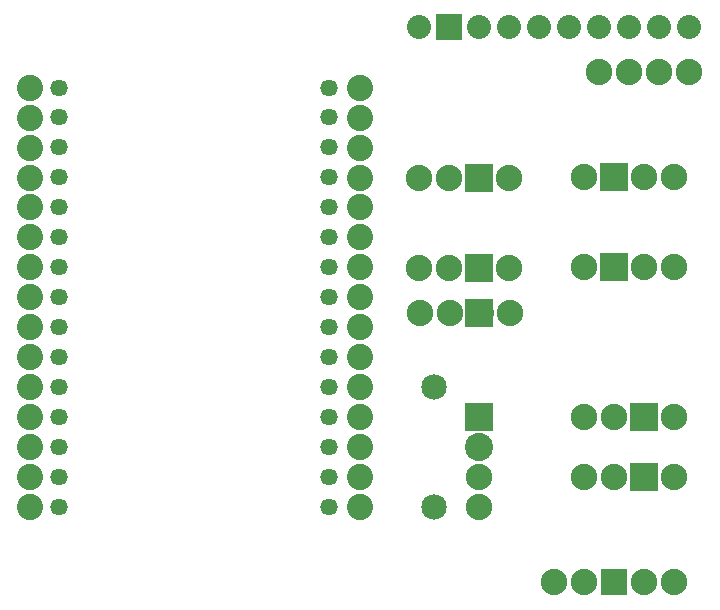
<source format=gts>
G04 MADE WITH FRITZING*
G04 WWW.FRITZING.ORG*
G04 DOUBLE SIDED*
G04 HOLES PLATED*
G04 CONTOUR ON CENTER OF CONTOUR VECTOR*
%ASAXBY*%
%FSLAX23Y23*%
%MOIN*%
%OFA0B0*%
%SFA1.0B1.0*%
%ADD10C,0.057829*%
%ADD11C,0.080000*%
%ADD12C,0.088000*%
%ADD13C,0.087740*%
%ADD14C,0.085000*%
%ADD15C,0.094141*%
%ADD16R,0.085556X0.085556*%
%ADD17R,0.094375X0.094375*%
%ADD18R,0.093333X0.093333*%
%ADD19R,0.088000X0.088000*%
%LNMASK1*%
G90*
G70*
G54D10*
X1203Y1695D03*
X306Y1894D03*
X306Y1795D03*
X306Y1695D03*
X306Y1595D03*
X306Y1495D03*
X1203Y1795D03*
X1203Y1894D03*
X1203Y1595D03*
X306Y1395D03*
X306Y1295D03*
X306Y1195D03*
X306Y1096D03*
X306Y996D03*
X306Y896D03*
X306Y796D03*
X306Y696D03*
X306Y596D03*
X306Y497D03*
X1203Y1195D03*
X1203Y1096D03*
X1203Y996D03*
X1203Y896D03*
X1203Y796D03*
X1203Y696D03*
X1203Y596D03*
X1203Y497D03*
X1203Y1495D03*
X1203Y1395D03*
X1203Y1295D03*
G54D11*
X2406Y2095D03*
X2306Y2095D03*
X2206Y2095D03*
X2106Y2095D03*
X2006Y2095D03*
X1906Y2095D03*
X1806Y2095D03*
X1706Y2095D03*
X1606Y2095D03*
X1506Y2095D03*
G54D12*
X2406Y1945D03*
X2306Y1945D03*
X2206Y1945D03*
X2106Y1945D03*
G54D13*
X1307Y1694D03*
X209Y1894D03*
X209Y1794D03*
X209Y1694D03*
X209Y1594D03*
X209Y1495D03*
X1307Y1794D03*
X1307Y1894D03*
X1307Y1594D03*
X209Y1395D03*
X209Y1295D03*
X209Y1195D03*
X209Y1095D03*
X209Y995D03*
X209Y896D03*
X209Y796D03*
X209Y696D03*
X209Y596D03*
X209Y496D03*
X1307Y1195D03*
X1307Y1095D03*
X1307Y995D03*
X1307Y896D03*
X1307Y796D03*
X1307Y696D03*
X1307Y596D03*
X1307Y496D03*
X1307Y1495D03*
X1307Y1395D03*
X1307Y1295D03*
G54D14*
X1556Y895D03*
X1556Y495D03*
G54D12*
X2056Y1295D03*
G54D15*
X2156Y1295D03*
G54D12*
X2256Y1295D03*
X2356Y1295D03*
X2056Y1595D03*
G54D15*
X2156Y1595D03*
G54D12*
X2256Y1595D03*
X2356Y1595D03*
X2356Y795D03*
G54D15*
X2256Y795D03*
G54D12*
X2156Y795D03*
X2056Y795D03*
X1806Y1294D03*
G54D15*
X1706Y1294D03*
G54D12*
X1606Y1294D03*
X1506Y1294D03*
X1807Y1143D03*
G54D15*
X1707Y1143D03*
G54D12*
X1607Y1143D03*
X1507Y1143D03*
X1806Y1594D03*
G54D15*
X1706Y1594D03*
G54D12*
X1606Y1594D03*
X1506Y1594D03*
X2356Y595D03*
G54D15*
X2256Y595D03*
G54D12*
X2156Y595D03*
X2056Y595D03*
X1706Y795D03*
G54D15*
X1706Y695D03*
G54D12*
X1706Y595D03*
X1706Y495D03*
X2356Y245D03*
X2256Y245D03*
X2156Y245D03*
X2056Y245D03*
X1956Y245D03*
G54D16*
X1606Y2095D03*
G54D17*
X2156Y1295D03*
X2156Y1595D03*
X2255Y795D03*
X1706Y1294D03*
X1706Y1143D03*
X1706Y1594D03*
X2255Y595D03*
G54D18*
X1706Y795D03*
G54D19*
X2156Y245D03*
G04 End of Mask1*
M02*
</source>
